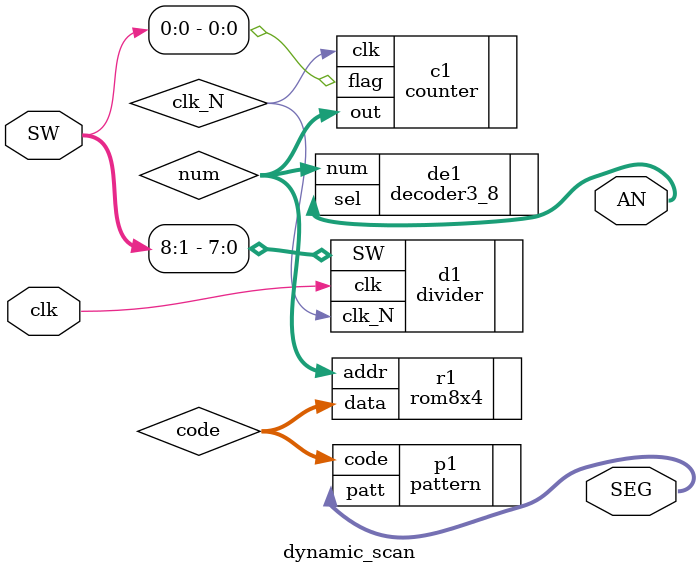
<source format=v>
`timescale 1ns / 1ps

module dynamic_scan(SW, clk,  SEG, AN);
    input clk;              // ÏµÍ³Ê±ÖÓ
    output [7:0] SEG;  		// ·Ö±ð¶ÔÓ¦CA¡¢CB¡¢CC¡¢CD¡¢CE¡¢CF¡¢CGºÍDP
    output [7:0] AN;        // 8Î»ÊýÂë¹ÜÆ¬Ñ¡ÐÅºÅ
    input [15:0] SW;
    wire clk_N;
    wire [3:0] code;
    wire [2:0] num;
    
    divider d1(.SW(SW[8:1]), .clk(clk), .clk_N(clk_N));
    counter c1(.clk(clk_N), .out(num), .flag(SW[0]));
    decoder3_8 de1(.num(num), .sel(AN));
    rom8x4 r1(.addr(num), .data(code));
    pattern p1(.code(code), .patt(SEG));
    
endmodule


</source>
